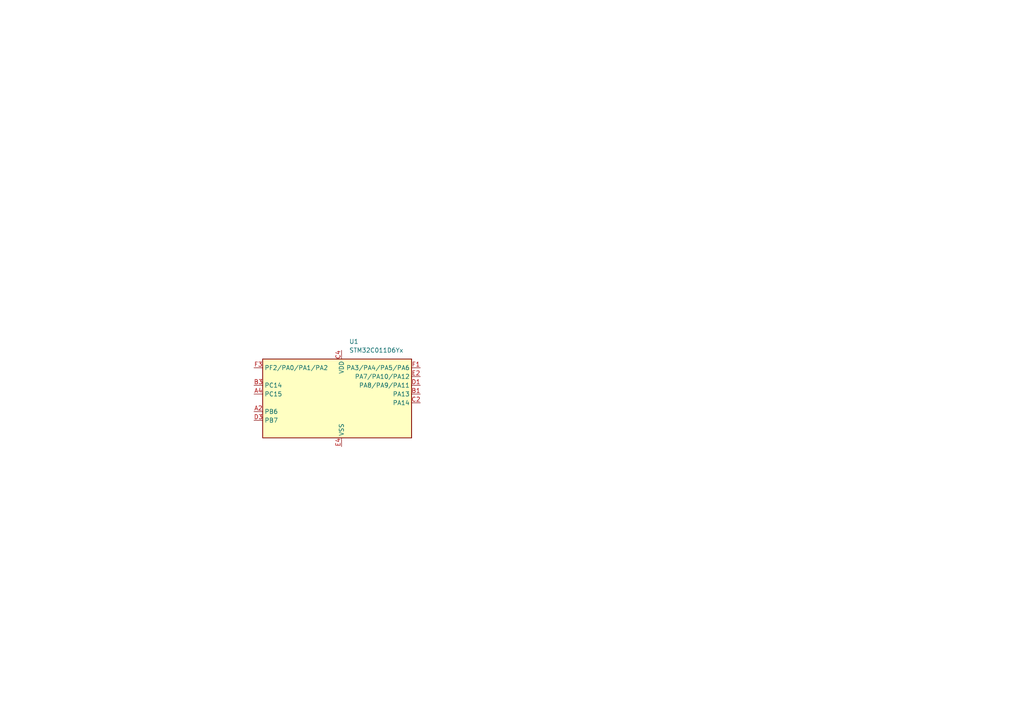
<source format=kicad_sch>
(kicad_sch (version 20231120) (generator "eeschema") (generator_version "8.0")
  (paper "A4")
  (lib_symbols
    (symbol "MCU_ST_STM32C0:STM32C011D6Yx"
      (property "Reference" "U" (at -20.32 13.97 0))
      (property "Value" "STM32C011D6Yx" (at 5.08 13.97 0))
      (symbol "STM32C011D6Yx_0_1"
        (rectangle (start -20.32 -10.16) (end 22.86 12.7) (stroke (width 0.254)) (fill (type background)))
      )
      (symbol "STM32C011D6Yx_1_1"
        (pin bidirectional line (at -22.86 -2.54 0) (length 2.54) (name "PB6") (number "A2"))
        (pin bidirectional line (at -22.86 2.54 0) (length 2.54) (name "PC15") (number "A4"))
        (pin bidirectional line (at 25.4 2.54 180) (length 2.54) (name "PA13") (number "B1"))
        (pin bidirectional line (at -22.86 5.08 0) (length 2.54) (name "PC14") (number "B3"))
        (pin bidirectional line (at 25.4 0 180) (length 2.54) (name "PA14") (number "C2"))
        (pin power_in line (at 2.54 15.24 270) (length 2.54) (name "VDD") (number "C4"))
        (pin bidirectional line (at 25.4 5.08 180) (length 2.54) (name "PA8/PA9/PA11") (number "D1"))
        (pin bidirectional line (at -22.86 -5.08 0) (length 2.54) (name "PB7") (number "D3"))
        (pin bidirectional line (at 25.4 7.62 180) (length 2.54) (name "PA7/PA10/PA12") (number "E2"))
        (pin power_in line (at 2.54 -12.7 90) (length 2.54) (name "VSS") (number "E4"))
        (pin bidirectional line (at 25.4 10.16 180) (length 2.54) (name "PA3/PA4/PA5/PA6") (number "F1"))
        (pin bidirectional line (at -22.86 10.16 0) (length 2.54) (name "PF2/PA0/PA1/PA2") (number "F3"))
      )
    )
  )
  (symbol (lib_id "MCU_ST_STM32C0:STM32C011D6Yx") (at 96.52 116.84 0) (unit 1)
    (property "Reference" "U1" (at 101.2541 99.06 0) (effects (justify left)))
    (property "Value" "STM32C011D6Yx" (at 101.2541 101.6 0) (effects (justify left)))
    (property "Footprint" "Package_CSP:ST_WLCSP-12_1.70x1.42mm_P0.35mm_Stagger" (effects (hide yes)))
    (property "Datasheet" "https://www.st.com/resource/en/datasheet/stm32c011d6.pdf" (effects (hide yes)))
    (property "Description" "STMicroelectronics Arm Cortex-M0+ MCU, 32KB flash, 6KB RAM, 48 MHz, 2.0-3.6V, 10 GPIO, WLCSP12" (effects (hide yes)))
  )
)
</source>
